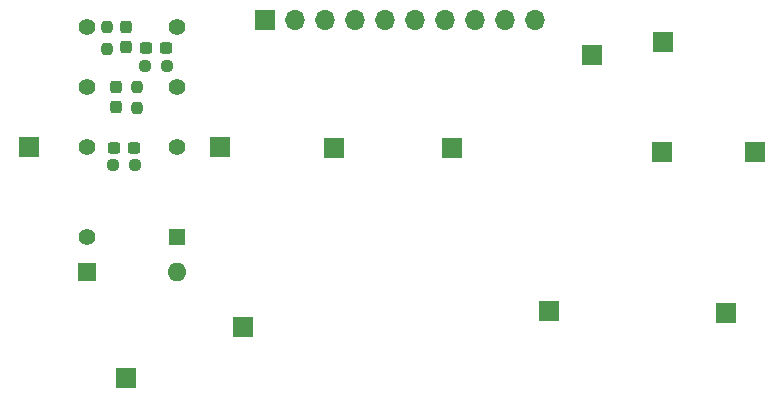
<source format=gbs>
%TF.GenerationSoftware,KiCad,Pcbnew,(6.0.7)*%
%TF.CreationDate,2023-02-28T16:34:10-05:00*%
%TF.ProjectId,Front_EndDesign3,46726f6e-745f-4456-9e64-44657369676e,rev?*%
%TF.SameCoordinates,Original*%
%TF.FileFunction,Soldermask,Bot*%
%TF.FilePolarity,Negative*%
%FSLAX46Y46*%
G04 Gerber Fmt 4.6, Leading zero omitted, Abs format (unit mm)*
G04 Created by KiCad (PCBNEW (6.0.7)) date 2023-02-28 16:34:10*
%MOMM*%
%LPD*%
G01*
G04 APERTURE LIST*
G04 Aperture macros list*
%AMRoundRect*
0 Rectangle with rounded corners*
0 $1 Rounding radius*
0 $2 $3 $4 $5 $6 $7 $8 $9 X,Y pos of 4 corners*
0 Add a 4 corners polygon primitive as box body*
4,1,4,$2,$3,$4,$5,$6,$7,$8,$9,$2,$3,0*
0 Add four circle primitives for the rounded corners*
1,1,$1+$1,$2,$3*
1,1,$1+$1,$4,$5*
1,1,$1+$1,$6,$7*
1,1,$1+$1,$8,$9*
0 Add four rect primitives between the rounded corners*
20,1,$1+$1,$2,$3,$4,$5,0*
20,1,$1+$1,$4,$5,$6,$7,0*
20,1,$1+$1,$6,$7,$8,$9,0*
20,1,$1+$1,$8,$9,$2,$3,0*%
G04 Aperture macros list end*
%ADD10R,1.700000X1.700000*%
%ADD11R,1.400000X1.400000*%
%ADD12C,1.400000*%
%ADD13R,1.600000X1.600000*%
%ADD14O,1.600000X1.600000*%
%ADD15O,1.700000X1.700000*%
%ADD16RoundRect,0.237500X-0.237500X0.300000X-0.237500X-0.300000X0.237500X-0.300000X0.237500X0.300000X0*%
%ADD17RoundRect,0.237500X-0.300000X-0.237500X0.300000X-0.237500X0.300000X0.237500X-0.300000X0.237500X0*%
%ADD18RoundRect,0.237500X0.250000X0.237500X-0.250000X0.237500X-0.250000X-0.237500X0.250000X-0.237500X0*%
%ADD19RoundRect,0.237500X0.237500X-0.250000X0.237500X0.250000X-0.237500X0.250000X-0.237500X-0.250000X0*%
%ADD20RoundRect,0.237500X0.237500X-0.300000X0.237500X0.300000X-0.237500X0.300000X-0.237500X-0.300000X0*%
%ADD21RoundRect,0.237500X-0.250000X-0.237500X0.250000X-0.237500X0.250000X0.237500X-0.250000X0.237500X0*%
G04 APERTURE END LIST*
D10*
%TO.C,J7*%
X95270000Y-75050000D03*
%TD*%
%TO.C,J4*%
X67715000Y-94586000D03*
%TD*%
%TO.C,J8*%
X103500000Y-88900000D03*
%TD*%
D11*
%TO.C,K1*%
X72012500Y-82607500D03*
D12*
X72012500Y-74987500D03*
X72012500Y-69907500D03*
X72012500Y-64827500D03*
X64392500Y-64827500D03*
X64392500Y-69907500D03*
X64392500Y-74987500D03*
X64392500Y-82607500D03*
%TD*%
D13*
%TO.C,D2*%
X64400000Y-85600000D03*
D14*
X72020000Y-85600000D03*
%TD*%
D10*
%TO.C,J12*%
X113030000Y-75438000D03*
%TD*%
%TO.C,J3*%
X75600000Y-75000000D03*
%TD*%
%TO.C,J5*%
X85280000Y-75040000D03*
%TD*%
%TO.C,J1*%
X59436000Y-74970000D03*
%TD*%
%TO.C,J11*%
X79475000Y-64200000D03*
D15*
X82015000Y-64200000D03*
X84555000Y-64200000D03*
X87095000Y-64200000D03*
X89635000Y-64200000D03*
X92175000Y-64200000D03*
X94715000Y-64200000D03*
X97255000Y-64200000D03*
X99795000Y-64200000D03*
X102335000Y-64200000D03*
%TD*%
D10*
%TO.C,J10*%
X118500000Y-89000000D03*
%TD*%
%TO.C,J14*%
X113100000Y-66100000D03*
%TD*%
%TO.C,J9*%
X107100000Y-67200000D03*
%TD*%
%TO.C,J6*%
X77567000Y-90236000D03*
%TD*%
%TO.C,J13*%
X120904000Y-75420000D03*
%TD*%
D16*
%TO.C,C3*%
X67700000Y-64837500D03*
X67700000Y-66562500D03*
%TD*%
D17*
%TO.C,C4*%
X69337500Y-66600000D03*
X71062500Y-66600000D03*
%TD*%
D18*
%TO.C,R4*%
X71112500Y-68100000D03*
X69287500Y-68100000D03*
%TD*%
D19*
%TO.C,R2*%
X68600000Y-71725000D03*
X68600000Y-69900000D03*
%TD*%
D20*
%TO.C,C2*%
X66850000Y-71642500D03*
X66850000Y-69917500D03*
%TD*%
D19*
%TO.C,R3*%
X66075000Y-66655000D03*
X66075000Y-64830000D03*
%TD*%
D17*
%TO.C,C1*%
X66627500Y-75040000D03*
X68352500Y-75040000D03*
%TD*%
D21*
%TO.C,R1*%
X66577500Y-76540000D03*
X68402500Y-76540000D03*
%TD*%
M02*

</source>
